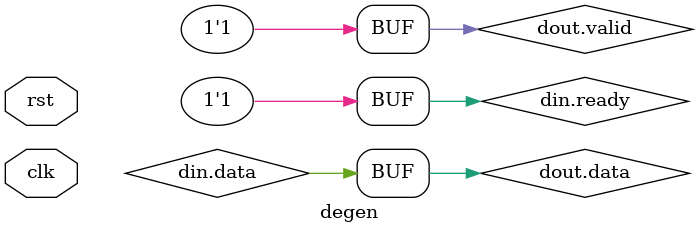
<source format=sv>
module degen (
              input clk,
              input rst,
              dti.consumer din,
              dti.producer dout
              );

   assign din.ready = 1'b1;

   assign dout.valid = 1'b1;
   assign dout.data   = din.data;

endmodule

</source>
